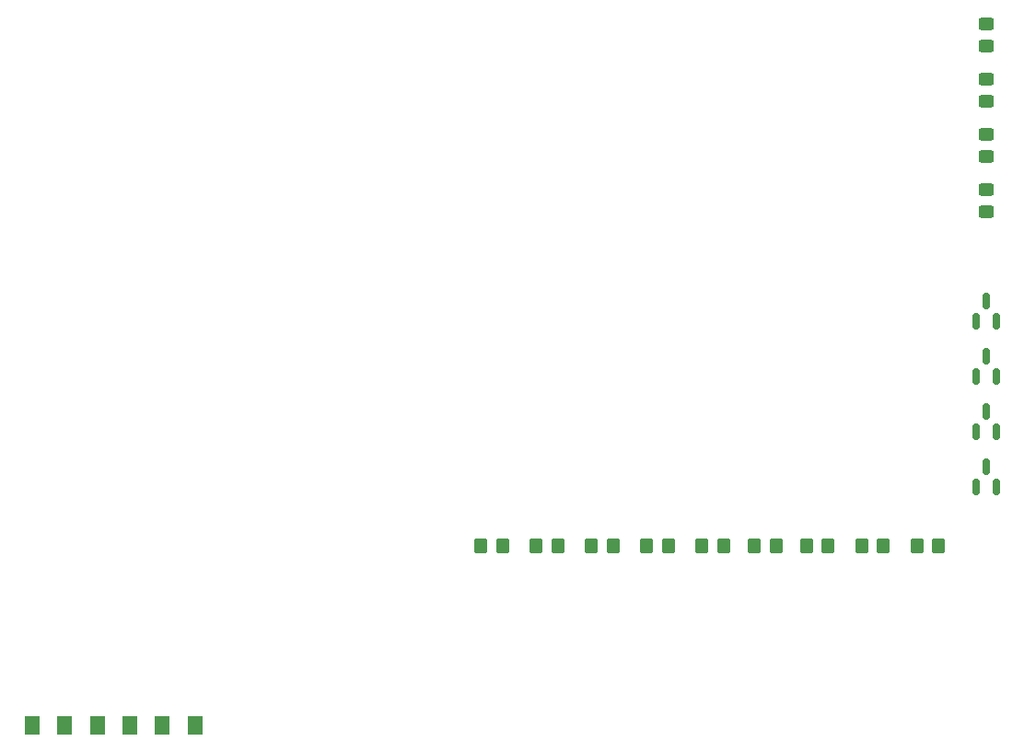
<source format=gbr>
G04 #@! TF.GenerationSoftware,KiCad,Pcbnew,(6.0.8)*
G04 #@! TF.CreationDate,2024-09-25T21:25:08-03:00*
G04 #@! TF.ProjectId,Projeto_01,50726f6a-6574-46f5-9f30-312e6b696361,rev?*
G04 #@! TF.SameCoordinates,Original*
G04 #@! TF.FileFunction,Paste,Top*
G04 #@! TF.FilePolarity,Positive*
%FSLAX46Y46*%
G04 Gerber Fmt 4.6, Leading zero omitted, Abs format (unit mm)*
G04 Created by KiCad (PCBNEW (6.0.8)) date 2024-09-25 21:25:08*
%MOMM*%
%LPD*%
G01*
G04 APERTURE LIST*
G04 Aperture macros list*
%AMRoundRect*
0 Rectangle with rounded corners*
0 $1 Rounding radius*
0 $2 $3 $4 $5 $6 $7 $8 $9 X,Y pos of 4 corners*
0 Add a 4 corners polygon primitive as box body*
4,1,4,$2,$3,$4,$5,$6,$7,$8,$9,$2,$3,0*
0 Add four circle primitives for the rounded corners*
1,1,$1+$1,$2,$3*
1,1,$1+$1,$4,$5*
1,1,$1+$1,$6,$7*
1,1,$1+$1,$8,$9*
0 Add four rect primitives between the rounded corners*
20,1,$1+$1,$2,$3,$4,$5,0*
20,1,$1+$1,$4,$5,$6,$7,0*
20,1,$1+$1,$6,$7,$8,$9,0*
20,1,$1+$1,$8,$9,$2,$3,0*%
G04 Aperture macros list end*
%ADD10RoundRect,0.250000X-0.350000X-0.450000X0.350000X-0.450000X0.350000X0.450000X-0.350000X0.450000X0*%
%ADD11RoundRect,0.250000X0.450000X-0.325000X0.450000X0.325000X-0.450000X0.325000X-0.450000X-0.325000X0*%
%ADD12RoundRect,0.250001X-0.462499X-0.624999X0.462499X-0.624999X0.462499X0.624999X-0.462499X0.624999X0*%
%ADD13RoundRect,0.150000X0.150000X-0.587500X0.150000X0.587500X-0.150000X0.587500X-0.150000X-0.587500X0*%
G04 APERTURE END LIST*
D10*
G04 #@! TO.C,R9*
X235490000Y-85090000D03*
X237490000Y-85090000D03*
G04 #@! TD*
G04 #@! TO.C,R7*
X225330000Y-85090000D03*
X227330000Y-85090000D03*
G04 #@! TD*
D11*
G04 #@! TO.C,D3*
X261620000Y-49285000D03*
X261620000Y-47235000D03*
G04 #@! TD*
D12*
G04 #@! TO.C,D6*
X185895000Y-101600000D03*
X188870000Y-101600000D03*
G04 #@! TD*
D10*
G04 #@! TO.C,R1*
X215170000Y-85090000D03*
X217170000Y-85090000D03*
G04 #@! TD*
G04 #@! TO.C,R2*
X245110000Y-85090000D03*
X247110000Y-85090000D03*
G04 #@! TD*
G04 #@! TO.C,R6*
X220250000Y-85090000D03*
X222250000Y-85090000D03*
G04 #@! TD*
D13*
G04 #@! TO.C,Q1*
X260670000Y-64437500D03*
X262570000Y-64437500D03*
X261620000Y-62562500D03*
G04 #@! TD*
G04 #@! TO.C,Q3*
X260670000Y-74597500D03*
X262570000Y-74597500D03*
X261620000Y-72722500D03*
G04 #@! TD*
D10*
G04 #@! TO.C,R5*
X240300000Y-85090000D03*
X242300000Y-85090000D03*
G04 #@! TD*
D12*
G04 #@! TO.C,D5*
X179905000Y-101600000D03*
X182880000Y-101600000D03*
G04 #@! TD*
G04 #@! TO.C,D7*
X173915000Y-101600000D03*
X176890000Y-101600000D03*
G04 #@! TD*
D11*
G04 #@! TO.C,D4*
X261620000Y-54365000D03*
X261620000Y-52315000D03*
G04 #@! TD*
D10*
G04 #@! TO.C,R4*
X255270000Y-85090000D03*
X257270000Y-85090000D03*
G04 #@! TD*
D11*
G04 #@! TO.C,D2*
X261620000Y-44205000D03*
X261620000Y-42155000D03*
G04 #@! TD*
D13*
G04 #@! TO.C,Q4*
X260670000Y-79677500D03*
X262570000Y-79677500D03*
X261620000Y-77802500D03*
G04 #@! TD*
G04 #@! TO.C,Q2*
X260670000Y-69517500D03*
X262570000Y-69517500D03*
X261620000Y-67642500D03*
G04 #@! TD*
D10*
G04 #@! TO.C,R3*
X250190000Y-85090000D03*
X252190000Y-85090000D03*
G04 #@! TD*
D11*
G04 #@! TO.C,D1*
X261620000Y-39125000D03*
X261620000Y-37075000D03*
G04 #@! TD*
D10*
G04 #@! TO.C,R8*
X230410000Y-85090000D03*
X232410000Y-85090000D03*
G04 #@! TD*
M02*

</source>
